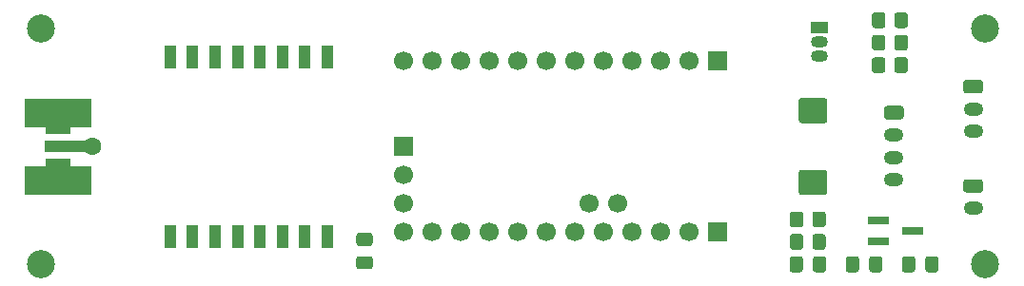
<source format=gbr>
%TF.GenerationSoftware,KiCad,Pcbnew,(5.1.10)-1*%
%TF.CreationDate,2021-06-05T23:03:48+02:00*%
%TF.ProjectId,LoRaProMini,4c6f5261-5072-46f4-9d69-6e692e6b6963,2.0*%
%TF.SameCoordinates,Original*%
%TF.FileFunction,Soldermask,Top*%
%TF.FilePolarity,Negative*%
%FSLAX46Y46*%
G04 Gerber Fmt 4.6, Leading zero omitted, Abs format (unit mm)*
G04 Created by KiCad (PCBNEW (5.1.10)-1) date 2021-06-05 23:03:48*
%MOMM*%
%LPD*%
G01*
G04 APERTURE LIST*
%ADD10C,1.700000*%
%ADD11R,1.700000X1.700000*%
%ADD12R,1.000000X2.000000*%
%ADD13C,2.500000*%
%ADD14R,1.500000X1.050000*%
%ADD15O,1.500000X1.050000*%
%ADD16R,1.900000X0.800000*%
%ADD17C,1.600000*%
%ADD18R,6.000000X2.500000*%
%ADD19R,4.700000X1.000000*%
%ADD20R,2.200000X1.050000*%
%ADD21O,1.750000X1.200000*%
G04 APERTURE END LIST*
D10*
%TO.C,X1*%
X134200000Y-98310000D03*
X134200000Y-95770000D03*
X134200000Y-93230000D03*
D11*
X134200000Y-90690000D03*
D10*
X136740000Y-98310000D03*
X141820000Y-98310000D03*
X139280000Y-98310000D03*
X149440000Y-98310000D03*
X151980000Y-98310000D03*
X146900000Y-98310000D03*
X144360000Y-98310000D03*
X154520000Y-98310000D03*
X157060000Y-98310000D03*
D11*
X162140000Y-98310000D03*
D10*
X159600000Y-98310000D03*
X159600000Y-83070000D03*
D11*
X162140000Y-83070000D03*
D10*
X157060000Y-83070000D03*
X154520000Y-83070000D03*
X144360000Y-83070000D03*
X146900000Y-83070000D03*
X151980000Y-83070000D03*
X149440000Y-83070000D03*
X139280000Y-83070000D03*
X141820000Y-83070000D03*
X136740000Y-83070000D03*
X134200000Y-83070000D03*
X153250000Y-95770000D03*
X150710000Y-95770000D03*
%TD*%
D12*
%TO.C,U2*%
X127399000Y-98690000D03*
X125399000Y-98690000D03*
X123399000Y-98690000D03*
X121399000Y-98690000D03*
X119399000Y-98690000D03*
X117399000Y-98690000D03*
X115399000Y-98690000D03*
X113399000Y-98690000D03*
X113399000Y-82690000D03*
X115399000Y-82690000D03*
X117399000Y-82690000D03*
X119399000Y-82690000D03*
X121399000Y-82690000D03*
X123399000Y-82690000D03*
X125399000Y-82690000D03*
X127399000Y-82690000D03*
%TD*%
D13*
%TO.C,REF\u002A\u002A*%
X185940000Y-101190000D03*
%TD*%
%TO.C,REF\u002A\u002A*%
X101940000Y-101190000D03*
%TD*%
%TO.C,REF\u002A\u002A*%
X101940000Y-80190000D03*
%TD*%
%TO.C,REF\u002A\u002A*%
X185940000Y-80190000D03*
%TD*%
D14*
%TO.C,U3*%
X171140000Y-80120000D03*
D15*
X171140000Y-82660000D03*
X171140000Y-81390000D03*
%TD*%
%TO.C,C1*%
G36*
G01*
X131170617Y-99562833D02*
X130220617Y-99562833D01*
G75*
G02*
X129970617Y-99312833I0J250000D01*
G01*
X129970617Y-98637833D01*
G75*
G02*
X130220617Y-98387833I250000J0D01*
G01*
X131170617Y-98387833D01*
G75*
G02*
X131420617Y-98637833I0J-250000D01*
G01*
X131420617Y-99312833D01*
G75*
G02*
X131170617Y-99562833I-250000J0D01*
G01*
G37*
G36*
G01*
X131170617Y-101637833D02*
X130220617Y-101637833D01*
G75*
G02*
X129970617Y-101387833I0J250000D01*
G01*
X129970617Y-100712833D01*
G75*
G02*
X130220617Y-100462833I250000J0D01*
G01*
X131170617Y-100462833D01*
G75*
G02*
X131420617Y-100712833I0J-250000D01*
G01*
X131420617Y-101387833D01*
G75*
G02*
X131170617Y-101637833I-250000J0D01*
G01*
G37*
%TD*%
%TO.C,C2*%
G36*
G01*
X180590000Y-101665000D02*
X180590000Y-100715000D01*
G75*
G02*
X180840000Y-100465000I250000J0D01*
G01*
X181515000Y-100465000D01*
G75*
G02*
X181765000Y-100715000I0J-250000D01*
G01*
X181765000Y-101665000D01*
G75*
G02*
X181515000Y-101915000I-250000J0D01*
G01*
X180840000Y-101915000D01*
G75*
G02*
X180590000Y-101665000I0J250000D01*
G01*
G37*
G36*
G01*
X178515000Y-101665000D02*
X178515000Y-100715000D01*
G75*
G02*
X178765000Y-100465000I250000J0D01*
G01*
X179440000Y-100465000D01*
G75*
G02*
X179690000Y-100715000I0J-250000D01*
G01*
X179690000Y-101665000D01*
G75*
G02*
X179440000Y-101915000I-250000J0D01*
G01*
X178765000Y-101915000D01*
G75*
G02*
X178515000Y-101665000I0J250000D01*
G01*
G37*
%TD*%
%TO.C,C5*%
G36*
G01*
X171624001Y-88615000D02*
X169573999Y-88615000D01*
G75*
G02*
X169324000Y-88365001I0J249999D01*
G01*
X169324000Y-86614999D01*
G75*
G02*
X169573999Y-86365000I249999J0D01*
G01*
X171624001Y-86365000D01*
G75*
G02*
X171874000Y-86614999I0J-249999D01*
G01*
X171874000Y-88365001D01*
G75*
G02*
X171624001Y-88615000I-249999J0D01*
G01*
G37*
G36*
G01*
X171624001Y-95015000D02*
X169573999Y-95015000D01*
G75*
G02*
X169324000Y-94765001I0J249999D01*
G01*
X169324000Y-93014999D01*
G75*
G02*
X169573999Y-92765000I249999J0D01*
G01*
X171624001Y-92765000D01*
G75*
G02*
X171874000Y-93014999I0J-249999D01*
G01*
X171874000Y-94765001D01*
G75*
G02*
X171624001Y-95015000I-249999J0D01*
G01*
G37*
%TD*%
%TO.C,R5*%
G36*
G01*
X177040000Y-78989999D02*
X177040000Y-79890001D01*
G75*
G02*
X176790001Y-80140000I-249999J0D01*
G01*
X176089999Y-80140000D01*
G75*
G02*
X175840000Y-79890001I0J249999D01*
G01*
X175840000Y-78989999D01*
G75*
G02*
X176089999Y-78740000I249999J0D01*
G01*
X176790001Y-78740000D01*
G75*
G02*
X177040000Y-78989999I0J-249999D01*
G01*
G37*
G36*
G01*
X179040000Y-78989999D02*
X179040000Y-79890001D01*
G75*
G02*
X178790001Y-80140000I-249999J0D01*
G01*
X178089999Y-80140000D01*
G75*
G02*
X177840000Y-79890001I0J249999D01*
G01*
X177840000Y-78989999D01*
G75*
G02*
X178089999Y-78740000I249999J0D01*
G01*
X178790001Y-78740000D01*
G75*
G02*
X179040000Y-78989999I0J-249999D01*
G01*
G37*
%TD*%
%TO.C,R4*%
G36*
G01*
X177040000Y-80989999D02*
X177040000Y-81890001D01*
G75*
G02*
X176790001Y-82140000I-249999J0D01*
G01*
X176089999Y-82140000D01*
G75*
G02*
X175840000Y-81890001I0J249999D01*
G01*
X175840000Y-80989999D01*
G75*
G02*
X176089999Y-80740000I249999J0D01*
G01*
X176790001Y-80740000D01*
G75*
G02*
X177040000Y-80989999I0J-249999D01*
G01*
G37*
G36*
G01*
X179040000Y-80989999D02*
X179040000Y-81890001D01*
G75*
G02*
X178790001Y-82140000I-249999J0D01*
G01*
X178089999Y-82140000D01*
G75*
G02*
X177840000Y-81890001I0J249999D01*
G01*
X177840000Y-80989999D01*
G75*
G02*
X178089999Y-80740000I249999J0D01*
G01*
X178790001Y-80740000D01*
G75*
G02*
X179040000Y-80989999I0J-249999D01*
G01*
G37*
%TD*%
%TO.C,R3*%
G36*
G01*
X177840000Y-83890001D02*
X177840000Y-82989999D01*
G75*
G02*
X178089999Y-82740000I249999J0D01*
G01*
X178790001Y-82740000D01*
G75*
G02*
X179040000Y-82989999I0J-249999D01*
G01*
X179040000Y-83890001D01*
G75*
G02*
X178790001Y-84140000I-249999J0D01*
G01*
X178089999Y-84140000D01*
G75*
G02*
X177840000Y-83890001I0J249999D01*
G01*
G37*
G36*
G01*
X175840000Y-83890001D02*
X175840000Y-82989999D01*
G75*
G02*
X176089999Y-82740000I249999J0D01*
G01*
X176790001Y-82740000D01*
G75*
G02*
X177040000Y-82989999I0J-249999D01*
G01*
X177040000Y-83890001D01*
G75*
G02*
X176790001Y-84140000I-249999J0D01*
G01*
X176089999Y-84140000D01*
G75*
G02*
X175840000Y-83890001I0J249999D01*
G01*
G37*
%TD*%
%TO.C,R2*%
G36*
G01*
X169740000Y-96739999D02*
X169740000Y-97640001D01*
G75*
G02*
X169490001Y-97890000I-249999J0D01*
G01*
X168789999Y-97890000D01*
G75*
G02*
X168540000Y-97640001I0J249999D01*
G01*
X168540000Y-96739999D01*
G75*
G02*
X168789999Y-96490000I249999J0D01*
G01*
X169490001Y-96490000D01*
G75*
G02*
X169740000Y-96739999I0J-249999D01*
G01*
G37*
G36*
G01*
X171740000Y-96739999D02*
X171740000Y-97640001D01*
G75*
G02*
X171490001Y-97890000I-249999J0D01*
G01*
X170789999Y-97890000D01*
G75*
G02*
X170540000Y-97640001I0J249999D01*
G01*
X170540000Y-96739999D01*
G75*
G02*
X170789999Y-96490000I249999J0D01*
G01*
X171490001Y-96490000D01*
G75*
G02*
X171740000Y-96739999I0J-249999D01*
G01*
G37*
%TD*%
%TO.C,R1*%
G36*
G01*
X170540000Y-99640001D02*
X170540000Y-98739999D01*
G75*
G02*
X170789999Y-98490000I249999J0D01*
G01*
X171490001Y-98490000D01*
G75*
G02*
X171740000Y-98739999I0J-249999D01*
G01*
X171740000Y-99640001D01*
G75*
G02*
X171490001Y-99890000I-249999J0D01*
G01*
X170789999Y-99890000D01*
G75*
G02*
X170540000Y-99640001I0J249999D01*
G01*
G37*
G36*
G01*
X168540000Y-99640001D02*
X168540000Y-98739999D01*
G75*
G02*
X168789999Y-98490000I249999J0D01*
G01*
X169490001Y-98490000D01*
G75*
G02*
X169740000Y-98739999I0J-249999D01*
G01*
X169740000Y-99640001D01*
G75*
G02*
X169490001Y-99890000I-249999J0D01*
G01*
X168789999Y-99890000D01*
G75*
G02*
X168540000Y-99640001I0J249999D01*
G01*
G37*
%TD*%
%TO.C,C4*%
G36*
G01*
X169690000Y-100715000D02*
X169690000Y-101665000D01*
G75*
G02*
X169440000Y-101915000I-250000J0D01*
G01*
X168765000Y-101915000D01*
G75*
G02*
X168515000Y-101665000I0J250000D01*
G01*
X168515000Y-100715000D01*
G75*
G02*
X168765000Y-100465000I250000J0D01*
G01*
X169440000Y-100465000D01*
G75*
G02*
X169690000Y-100715000I0J-250000D01*
G01*
G37*
G36*
G01*
X171765000Y-100715000D02*
X171765000Y-101665000D01*
G75*
G02*
X171515000Y-101915000I-250000J0D01*
G01*
X170840000Y-101915000D01*
G75*
G02*
X170590000Y-101665000I0J250000D01*
G01*
X170590000Y-100715000D01*
G75*
G02*
X170840000Y-100465000I250000J0D01*
G01*
X171515000Y-100465000D01*
G75*
G02*
X171765000Y-100715000I0J-250000D01*
G01*
G37*
%TD*%
D16*
%TO.C,U1*%
X179440000Y-98190000D03*
X176440000Y-99140000D03*
X176440000Y-97240000D03*
%TD*%
D17*
%TO.C,AE1*%
X106449000Y-90690000D03*
D18*
X103440000Y-93692000D03*
X103440000Y-87692000D03*
D19*
X104649000Y-90690000D03*
D20*
X103440000Y-89092000D03*
X103440000Y-92292000D03*
%TD*%
D21*
%TO.C,J3*%
X177788000Y-93675333D03*
X177788000Y-91675333D03*
X177788000Y-89675333D03*
G36*
G01*
X177162999Y-87075333D02*
X178413001Y-87075333D01*
G75*
G02*
X178663000Y-87325332I0J-249999D01*
G01*
X178663000Y-88025334D01*
G75*
G02*
X178413001Y-88275333I-249999J0D01*
G01*
X177162999Y-88275333D01*
G75*
G02*
X176913000Y-88025334I0J249999D01*
G01*
X176913000Y-87325332D01*
G75*
G02*
X177162999Y-87075333I249999J0D01*
G01*
G37*
%TD*%
%TO.C,J2*%
X184845617Y-89356000D03*
X184845617Y-87356000D03*
G36*
G01*
X184220616Y-84756000D02*
X185470618Y-84756000D01*
G75*
G02*
X185720617Y-85005999I0J-249999D01*
G01*
X185720617Y-85706001D01*
G75*
G02*
X185470618Y-85956000I-249999J0D01*
G01*
X184220616Y-85956000D01*
G75*
G02*
X183970617Y-85706001I0J249999D01*
G01*
X183970617Y-85005999D01*
G75*
G02*
X184220616Y-84756000I249999J0D01*
G01*
G37*
%TD*%
%TO.C,J1*%
X184845617Y-96206000D03*
G36*
G01*
X184220616Y-93606000D02*
X185470618Y-93606000D01*
G75*
G02*
X185720617Y-93855999I0J-249999D01*
G01*
X185720617Y-94556001D01*
G75*
G02*
X185470618Y-94806000I-249999J0D01*
G01*
X184220616Y-94806000D01*
G75*
G02*
X183970617Y-94556001I0J249999D01*
G01*
X183970617Y-93855999D01*
G75*
G02*
X184220616Y-93606000I249999J0D01*
G01*
G37*
%TD*%
%TO.C,C3*%
G36*
G01*
X175590000Y-101665000D02*
X175590000Y-100715000D01*
G75*
G02*
X175840000Y-100465000I250000J0D01*
G01*
X176515000Y-100465000D01*
G75*
G02*
X176765000Y-100715000I0J-250000D01*
G01*
X176765000Y-101665000D01*
G75*
G02*
X176515000Y-101915000I-250000J0D01*
G01*
X175840000Y-101915000D01*
G75*
G02*
X175590000Y-101665000I0J250000D01*
G01*
G37*
G36*
G01*
X173515000Y-101665000D02*
X173515000Y-100715000D01*
G75*
G02*
X173765000Y-100465000I250000J0D01*
G01*
X174440000Y-100465000D01*
G75*
G02*
X174690000Y-100715000I0J-250000D01*
G01*
X174690000Y-101665000D01*
G75*
G02*
X174440000Y-101915000I-250000J0D01*
G01*
X173765000Y-101915000D01*
G75*
G02*
X173515000Y-101665000I0J250000D01*
G01*
G37*
%TD*%
M02*

</source>
